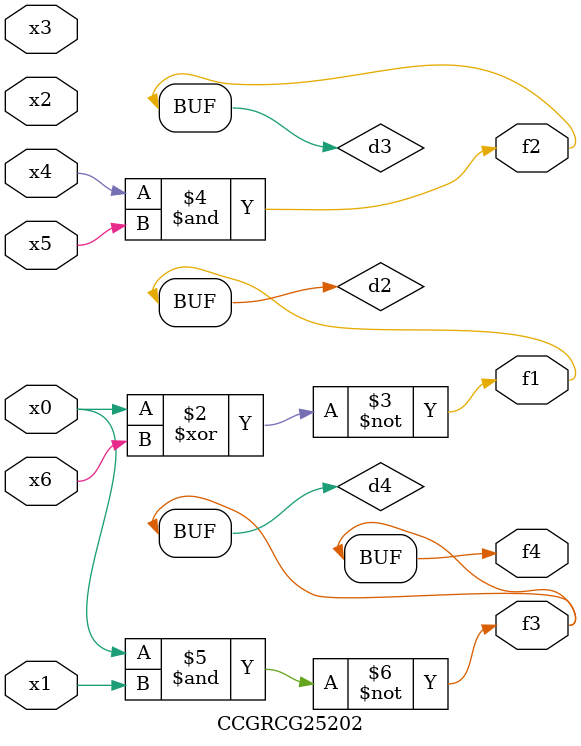
<source format=v>
module CCGRCG25202(
	input x0, x1, x2, x3, x4, x5, x6,
	output f1, f2, f3, f4
);

	wire d1, d2, d3, d4;

	nor (d1, x0);
	xnor (d2, x0, x6);
	and (d3, x4, x5);
	nand (d4, x0, x1);
	assign f1 = d2;
	assign f2 = d3;
	assign f3 = d4;
	assign f4 = d4;
endmodule

</source>
